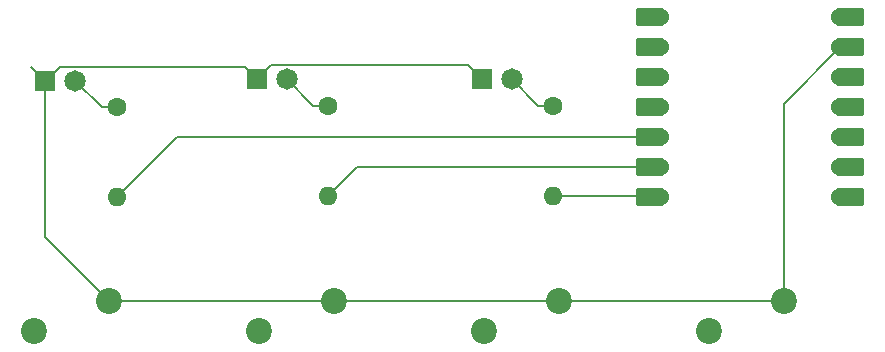
<source format=gbr>
%TF.GenerationSoftware,KiCad,Pcbnew,8.0.7*%
%TF.CreationDate,2025-06-30T14:07:42-04:00*%
%TF.ProjectId,pathfinder,70617468-6669-46e6-9465-722e6b696361,rev?*%
%TF.SameCoordinates,Original*%
%TF.FileFunction,Copper,L1,Top*%
%TF.FilePolarity,Positive*%
%FSLAX46Y46*%
G04 Gerber Fmt 4.6, Leading zero omitted, Abs format (unit mm)*
G04 Created by KiCad (PCBNEW 8.0.7) date 2025-06-30 14:07:42*
%MOMM*%
%LPD*%
G01*
G04 APERTURE LIST*
G04 Aperture macros list*
%AMRoundRect*
0 Rectangle with rounded corners*
0 $1 Rounding radius*
0 $2 $3 $4 $5 $6 $7 $8 $9 X,Y pos of 4 corners*
0 Add a 4 corners polygon primitive as box body*
4,1,4,$2,$3,$4,$5,$6,$7,$8,$9,$2,$3,0*
0 Add four circle primitives for the rounded corners*
1,1,$1+$1,$2,$3*
1,1,$1+$1,$4,$5*
1,1,$1+$1,$6,$7*
1,1,$1+$1,$8,$9*
0 Add four rect primitives between the rounded corners*
20,1,$1+$1,$2,$3,$4,$5,0*
20,1,$1+$1,$4,$5,$6,$7,0*
20,1,$1+$1,$6,$7,$8,$9,0*
20,1,$1+$1,$8,$9,$2,$3,0*%
G04 Aperture macros list end*
%TA.AperFunction,SMDPad,CuDef*%
%ADD10RoundRect,0.152400X-1.063600X-0.609600X1.063600X-0.609600X1.063600X0.609600X-1.063600X0.609600X0*%
%TD*%
%TA.AperFunction,ComponentPad*%
%ADD11C,1.524000*%
%TD*%
%TA.AperFunction,SMDPad,CuDef*%
%ADD12RoundRect,0.152400X1.063600X0.609600X-1.063600X0.609600X-1.063600X-0.609600X1.063600X-0.609600X0*%
%TD*%
%TA.AperFunction,ComponentPad*%
%ADD13C,2.200000*%
%TD*%
%TA.AperFunction,ComponentPad*%
%ADD14O,1.600000X1.600000*%
%TD*%
%TA.AperFunction,ComponentPad*%
%ADD15C,1.600000*%
%TD*%
%TA.AperFunction,ComponentPad*%
%ADD16R,1.815000X1.815000*%
%TD*%
%TA.AperFunction,ComponentPad*%
%ADD17C,1.815000*%
%TD*%
%TA.AperFunction,Conductor*%
%ADD18C,0.200000*%
%TD*%
G04 APERTURE END LIST*
D10*
%TO.P,U1,14,VBUS*%
%TO.N,unconnected-(U1-VBUS-Pad14)*%
X194192500Y-92392500D03*
D11*
X193357500Y-92392500D03*
D10*
%TO.P,U1,13,GND*%
%TO.N,GND*%
X194192500Y-94932500D03*
D11*
X193357500Y-94932500D03*
D10*
%TO.P,U1,12,3V3*%
%TO.N,unconnected-(U1-3V3-Pad12)*%
X194192500Y-97472500D03*
D11*
X193357500Y-97472500D03*
D10*
%TO.P,U1,11,GPIO3/MOSI*%
%TO.N,unconnected-(U1-GPIO3{slash}MOSI-Pad11)*%
X194192500Y-100012500D03*
D11*
X193357500Y-100012500D03*
D10*
%TO.P,U1,10,GPIO4/MISO*%
%TO.N,unconnected-(U1-GPIO4{slash}MISO-Pad10)*%
X194192500Y-102552500D03*
D11*
X193357500Y-102552500D03*
D10*
%TO.P,U1,9,GPIO2/SCK*%
%TO.N,unconnected-(U1-GPIO2{slash}SCK-Pad9)*%
X194192500Y-105092500D03*
D11*
X193357500Y-105092500D03*
D10*
%TO.P,U1,8,GPIO1/RX*%
%TO.N,unconnected-(U1-GPIO1{slash}RX-Pad8)*%
X194192500Y-107632500D03*
D11*
X193357500Y-107632500D03*
%TO.P,U1,7,GPIO0/TX*%
%TO.N,LED3*%
X178117500Y-107632500D03*
D12*
X177282500Y-107632500D03*
D11*
%TO.P,U1,6,GPIO7/SCL*%
%TO.N,LED2*%
X178117500Y-105092500D03*
D12*
X177282500Y-105092500D03*
D11*
%TO.P,U1,5,GPIO6/SDA*%
%TO.N,LED1*%
X178117500Y-102552500D03*
D12*
X177282500Y-102552500D03*
D11*
%TO.P,U1,4,GPIO29/ADC3/A3*%
%TO.N,SWITCH4*%
X178117500Y-100012500D03*
D12*
X177282500Y-100012500D03*
D11*
%TO.P,U1,3,GPIO28/ADC2/A2*%
%TO.N,SWITCH3*%
X178117500Y-97472500D03*
D12*
X177282500Y-97472500D03*
D11*
%TO.P,U1,2,GPIO27/ADC1/A1*%
%TO.N,SWITCH2*%
X178117500Y-94932500D03*
D12*
X177282500Y-94932500D03*
D11*
%TO.P,U1,1,GPIO26/ADC0/A0*%
%TO.N,SWITCH1*%
X178117500Y-92392500D03*
D12*
X177282500Y-92392500D03*
%TD*%
D13*
%TO.P,SW4,1,1*%
%TO.N,GND*%
X188595000Y-116363750D03*
%TO.P,SW4,2,2*%
%TO.N,unconnected-(SW4-Pad2)*%
X182245000Y-118903750D03*
%TD*%
%TO.P,SW3,1,1*%
%TO.N,GND*%
X169545000Y-116363750D03*
%TO.P,SW3,2,2*%
%TO.N,SWITCH3*%
X163195000Y-118903750D03*
%TD*%
%TO.P,SW2,1,1*%
%TO.N,GND*%
X150495000Y-116363750D03*
%TO.P,SW2,2,2*%
%TO.N,SWITCH2*%
X144145000Y-118903750D03*
%TD*%
%TO.P,SW1,1,1*%
%TO.N,GND*%
X131445000Y-116363750D03*
%TO.P,SW1,2,2*%
%TO.N,SWITCH1*%
X125095000Y-118903750D03*
%TD*%
D14*
%TO.P,R3,2*%
%TO.N,LED3*%
X169068750Y-107473750D03*
D15*
%TO.P,R3,1*%
%TO.N,Net-(D3-PadA)*%
X169068750Y-99853750D03*
%TD*%
D14*
%TO.P,R2,2*%
%TO.N,LED2*%
X150018750Y-107473750D03*
D15*
%TO.P,R2,1*%
%TO.N,Net-(D2-PadA)*%
X150018750Y-99853750D03*
%TD*%
%TO.P,R1,1*%
%TO.N,Net-(D1-PadA)*%
X132080000Y-100012500D03*
D14*
%TO.P,R1,2*%
%TO.N,LED1*%
X132080000Y-107632500D03*
%TD*%
D16*
%TO.P,D2,C*%
%TO.N,GND*%
X143986250Y-97631250D03*
D17*
%TO.P,D2,A*%
%TO.N,Net-(D2-PadA)*%
X146526250Y-97631250D03*
%TD*%
%TO.P,D1,A*%
%TO.N,Net-(D1-PadA)*%
X128587500Y-97790000D03*
D16*
%TO.P,D1,C*%
%TO.N,GND*%
X126047500Y-97790000D03*
%TD*%
D17*
%TO.P,D3,A*%
%TO.N,Net-(D3-PadA)*%
X165576250Y-97631250D03*
D16*
%TO.P,D3,C*%
%TO.N,GND*%
X163036250Y-97631250D03*
%TD*%
D18*
%TO.N,GND*%
X188595000Y-99695000D02*
X193357500Y-94932500D01*
X188595000Y-116363750D02*
X188595000Y-99695000D01*
X169545000Y-116363750D02*
X188595000Y-116363750D01*
X150495000Y-116363750D02*
X169545000Y-116363750D01*
X131445000Y-116363750D02*
X150495000Y-116363750D01*
X126047500Y-110966250D02*
X126047500Y-97790000D01*
X131445000Y-116363750D02*
X126047500Y-110966250D01*
X127255000Y-96582500D02*
X126047500Y-97790000D01*
X142937500Y-96582500D02*
X127255000Y-96582500D01*
X143986250Y-97631250D02*
X142937500Y-96582500D01*
%TO.N,Net-(D1-PadA)*%
X130810000Y-100012500D02*
X128587500Y-97790000D01*
X132080000Y-100012500D02*
X130810000Y-100012500D01*
%TO.N,GND*%
X145193750Y-96423750D02*
X143986250Y-97631250D01*
X161828750Y-96423750D02*
X145193750Y-96423750D01*
X163036250Y-97631250D02*
X161828750Y-96423750D01*
%TO.N,Net-(D2-PadA)*%
X148748750Y-99853750D02*
X146526250Y-97631250D01*
X150018750Y-99853750D02*
X148748750Y-99853750D01*
%TO.N,Net-(D3-PadA)*%
X167798750Y-99853750D02*
X165576250Y-97631250D01*
X169068750Y-99853750D02*
X167798750Y-99853750D01*
%TO.N,LED1*%
X137160000Y-102552500D02*
X178117500Y-102552500D01*
X132080000Y-107632500D02*
X137160000Y-102552500D01*
%TO.N,LED2*%
X150018750Y-107473750D02*
X152400000Y-105092500D01*
X152400000Y-105092500D02*
X178117500Y-105092500D01*
%TO.N,LED3*%
X177958750Y-107473750D02*
X178117500Y-107632500D01*
X169068750Y-107473750D02*
X177958750Y-107473750D01*
%TO.N,GND*%
X126047500Y-97790000D02*
X124840000Y-96582500D01*
%TD*%
M02*

</source>
